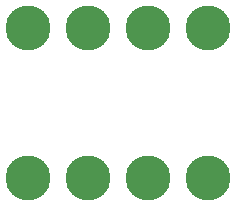
<source format=gbr>
%TF.GenerationSoftware,KiCad,Pcbnew,(5.1.6)-1*%
%TF.CreationDate,2021-03-07T00:25:50+06:00*%
%TF.ProjectId,Cabinate,43616269-6e61-4746-952e-6b696361645f,rev?*%
%TF.SameCoordinates,Original*%
%TF.FileFunction,Paste,Bot*%
%TF.FilePolarity,Positive*%
%FSLAX46Y46*%
G04 Gerber Fmt 4.6, Leading zero omitted, Abs format (unit mm)*
G04 Created by KiCad (PCBNEW (5.1.6)-1) date 2021-03-07 00:25:50*
%MOMM*%
%LPD*%
G01*
G04 APERTURE LIST*
%ADD10C,3.810000*%
G04 APERTURE END LIST*
D10*
%TO.C,TX1*%
X102920000Y-124250000D03*
X102920000Y-136950000D03*
X87680000Y-124250000D03*
X87680000Y-136950000D03*
X97840000Y-124250000D03*
X97840000Y-136950000D03*
X92760000Y-124250000D03*
X92760000Y-136950000D03*
%TD*%
M02*

</source>
